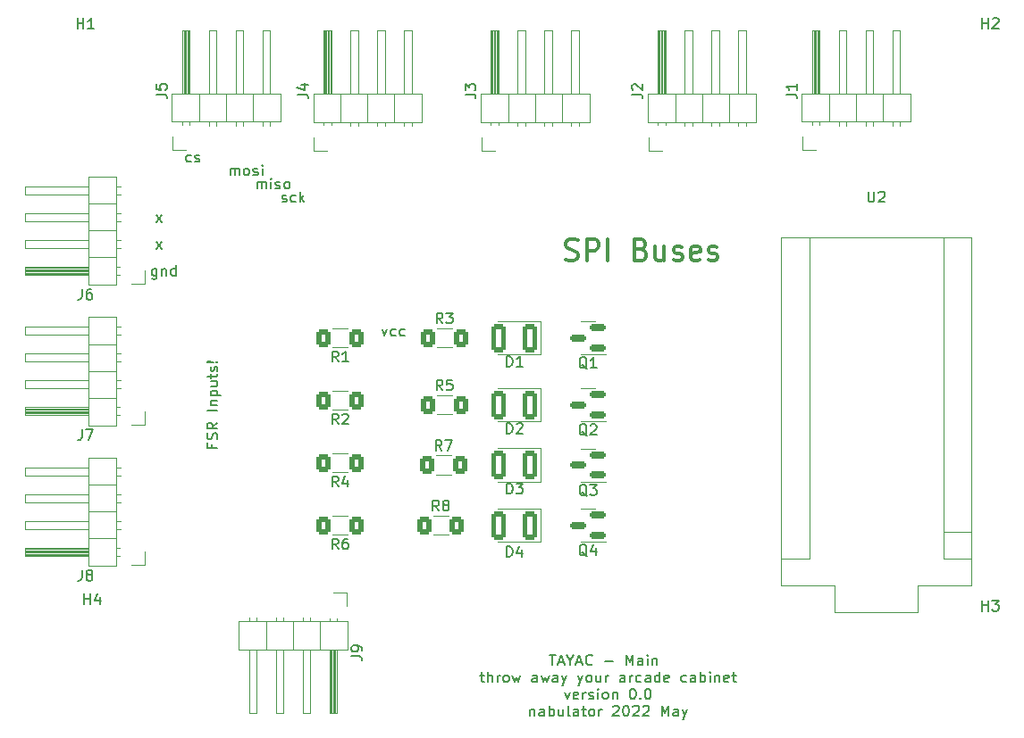
<source format=gbr>
%TF.GenerationSoftware,KiCad,Pcbnew,(6.0.4)*%
%TF.CreationDate,2022-05-05T20:35:18-04:00*%
%TF.ProjectId,mainboard,6d61696e-626f-4617-9264-2e6b69636164,0.0*%
%TF.SameCoordinates,Original*%
%TF.FileFunction,Legend,Top*%
%TF.FilePolarity,Positive*%
%FSLAX46Y46*%
G04 Gerber Fmt 4.6, Leading zero omitted, Abs format (unit mm)*
G04 Created by KiCad (PCBNEW (6.0.4)) date 2022-05-05 20:35:18*
%MOMM*%
%LPD*%
G01*
G04 APERTURE LIST*
G04 Aperture macros list*
%AMRoundRect*
0 Rectangle with rounded corners*
0 $1 Rounding radius*
0 $2 $3 $4 $5 $6 $7 $8 $9 X,Y pos of 4 corners*
0 Add a 4 corners polygon primitive as box body*
4,1,4,$2,$3,$4,$5,$6,$7,$8,$9,$2,$3,0*
0 Add four circle primitives for the rounded corners*
1,1,$1+$1,$2,$3*
1,1,$1+$1,$4,$5*
1,1,$1+$1,$6,$7*
1,1,$1+$1,$8,$9*
0 Add four rect primitives between the rounded corners*
20,1,$1+$1,$2,$3,$4,$5,0*
20,1,$1+$1,$4,$5,$6,$7,0*
20,1,$1+$1,$6,$7,$8,$9,0*
20,1,$1+$1,$8,$9,$2,$3,0*%
G04 Aperture macros list end*
%ADD10C,0.150000*%
%ADD11C,0.300000*%
%ADD12C,0.120000*%
%ADD13R,1.700000X1.700000*%
%ADD14O,1.700000X1.700000*%
%ADD15RoundRect,0.250001X0.462499X1.074999X-0.462499X1.074999X-0.462499X-1.074999X0.462499X-1.074999X0*%
%ADD16C,5.300000*%
%ADD17RoundRect,0.250000X0.400000X0.625000X-0.400000X0.625000X-0.400000X-0.625000X0.400000X-0.625000X0*%
%ADD18RoundRect,0.150000X0.587500X0.150000X-0.587500X0.150000X-0.587500X-0.150000X0.587500X-0.150000X0*%
%ADD19RoundRect,0.250000X-0.400000X-0.625000X0.400000X-0.625000X0.400000X0.625000X-0.400000X0.625000X0*%
%ADD20R,1.600000X1.600000*%
%ADD21O,1.600000X1.600000*%
G04 APERTURE END LIST*
D10*
X65143095Y-51252380D02*
X65666904Y-50585714D01*
X65143095Y-50585714D02*
X65666904Y-51252380D01*
X65143095Y-53792380D02*
X65666904Y-53125714D01*
X65143095Y-53125714D02*
X65666904Y-53792380D01*
X65182857Y-55665714D02*
X65182857Y-56475238D01*
X65135238Y-56570476D01*
X65087619Y-56618095D01*
X64992380Y-56665714D01*
X64849523Y-56665714D01*
X64754285Y-56618095D01*
X65182857Y-56284761D02*
X65087619Y-56332380D01*
X64897142Y-56332380D01*
X64801904Y-56284761D01*
X64754285Y-56237142D01*
X64706666Y-56141904D01*
X64706666Y-55856190D01*
X64754285Y-55760952D01*
X64801904Y-55713333D01*
X64897142Y-55665714D01*
X65087619Y-55665714D01*
X65182857Y-55713333D01*
X65659047Y-55665714D02*
X65659047Y-56332380D01*
X65659047Y-55760952D02*
X65706666Y-55713333D01*
X65801904Y-55665714D01*
X65944761Y-55665714D01*
X66040000Y-55713333D01*
X66087619Y-55808571D01*
X66087619Y-56332380D01*
X66992380Y-56332380D02*
X66992380Y-55332380D01*
X66992380Y-56284761D02*
X66897142Y-56332380D01*
X66706666Y-56332380D01*
X66611428Y-56284761D01*
X66563809Y-56237142D01*
X66516190Y-56141904D01*
X66516190Y-55856190D01*
X66563809Y-55760952D01*
X66611428Y-55713333D01*
X66706666Y-55665714D01*
X66897142Y-55665714D01*
X66992380Y-55713333D01*
X68413333Y-45489761D02*
X68318095Y-45537380D01*
X68127619Y-45537380D01*
X68032380Y-45489761D01*
X67984761Y-45442142D01*
X67937142Y-45346904D01*
X67937142Y-45061190D01*
X67984761Y-44965952D01*
X68032380Y-44918333D01*
X68127619Y-44870714D01*
X68318095Y-44870714D01*
X68413333Y-44918333D01*
X68794285Y-45489761D02*
X68889523Y-45537380D01*
X69080000Y-45537380D01*
X69175238Y-45489761D01*
X69222857Y-45394523D01*
X69222857Y-45346904D01*
X69175238Y-45251666D01*
X69080000Y-45204047D01*
X68937142Y-45204047D01*
X68841904Y-45156428D01*
X68794285Y-45061190D01*
X68794285Y-45013571D01*
X68841904Y-44918333D01*
X68937142Y-44870714D01*
X69080000Y-44870714D01*
X69175238Y-44918333D01*
X72136190Y-46807380D02*
X72136190Y-46140714D01*
X72136190Y-46235952D02*
X72183809Y-46188333D01*
X72279047Y-46140714D01*
X72421904Y-46140714D01*
X72517142Y-46188333D01*
X72564761Y-46283571D01*
X72564761Y-46807380D01*
X72564761Y-46283571D02*
X72612380Y-46188333D01*
X72707619Y-46140714D01*
X72850476Y-46140714D01*
X72945714Y-46188333D01*
X72993333Y-46283571D01*
X72993333Y-46807380D01*
X73612380Y-46807380D02*
X73517142Y-46759761D01*
X73469523Y-46712142D01*
X73421904Y-46616904D01*
X73421904Y-46331190D01*
X73469523Y-46235952D01*
X73517142Y-46188333D01*
X73612380Y-46140714D01*
X73755238Y-46140714D01*
X73850476Y-46188333D01*
X73898095Y-46235952D01*
X73945714Y-46331190D01*
X73945714Y-46616904D01*
X73898095Y-46712142D01*
X73850476Y-46759761D01*
X73755238Y-46807380D01*
X73612380Y-46807380D01*
X74326666Y-46759761D02*
X74421904Y-46807380D01*
X74612380Y-46807380D01*
X74707619Y-46759761D01*
X74755238Y-46664523D01*
X74755238Y-46616904D01*
X74707619Y-46521666D01*
X74612380Y-46474047D01*
X74469523Y-46474047D01*
X74374285Y-46426428D01*
X74326666Y-46331190D01*
X74326666Y-46283571D01*
X74374285Y-46188333D01*
X74469523Y-46140714D01*
X74612380Y-46140714D01*
X74707619Y-46188333D01*
X75183809Y-46807380D02*
X75183809Y-46140714D01*
X75183809Y-45807380D02*
X75136190Y-45855000D01*
X75183809Y-45902619D01*
X75231428Y-45855000D01*
X75183809Y-45807380D01*
X75183809Y-45902619D01*
X74676190Y-48077380D02*
X74676190Y-47410714D01*
X74676190Y-47505952D02*
X74723809Y-47458333D01*
X74819047Y-47410714D01*
X74961904Y-47410714D01*
X75057142Y-47458333D01*
X75104761Y-47553571D01*
X75104761Y-48077380D01*
X75104761Y-47553571D02*
X75152380Y-47458333D01*
X75247619Y-47410714D01*
X75390476Y-47410714D01*
X75485714Y-47458333D01*
X75533333Y-47553571D01*
X75533333Y-48077380D01*
X76009523Y-48077380D02*
X76009523Y-47410714D01*
X76009523Y-47077380D02*
X75961904Y-47125000D01*
X76009523Y-47172619D01*
X76057142Y-47125000D01*
X76009523Y-47077380D01*
X76009523Y-47172619D01*
X76438095Y-48029761D02*
X76533333Y-48077380D01*
X76723809Y-48077380D01*
X76819047Y-48029761D01*
X76866666Y-47934523D01*
X76866666Y-47886904D01*
X76819047Y-47791666D01*
X76723809Y-47744047D01*
X76580952Y-47744047D01*
X76485714Y-47696428D01*
X76438095Y-47601190D01*
X76438095Y-47553571D01*
X76485714Y-47458333D01*
X76580952Y-47410714D01*
X76723809Y-47410714D01*
X76819047Y-47458333D01*
X77438095Y-48077380D02*
X77342857Y-48029761D01*
X77295238Y-47982142D01*
X77247619Y-47886904D01*
X77247619Y-47601190D01*
X77295238Y-47505952D01*
X77342857Y-47458333D01*
X77438095Y-47410714D01*
X77580952Y-47410714D01*
X77676190Y-47458333D01*
X77723809Y-47505952D01*
X77771428Y-47601190D01*
X77771428Y-47886904D01*
X77723809Y-47982142D01*
X77676190Y-48029761D01*
X77580952Y-48077380D01*
X77438095Y-48077380D01*
X77057380Y-49299761D02*
X77152619Y-49347380D01*
X77343095Y-49347380D01*
X77438333Y-49299761D01*
X77485952Y-49204523D01*
X77485952Y-49156904D01*
X77438333Y-49061666D01*
X77343095Y-49014047D01*
X77200238Y-49014047D01*
X77105000Y-48966428D01*
X77057380Y-48871190D01*
X77057380Y-48823571D01*
X77105000Y-48728333D01*
X77200238Y-48680714D01*
X77343095Y-48680714D01*
X77438333Y-48728333D01*
X78343095Y-49299761D02*
X78247857Y-49347380D01*
X78057380Y-49347380D01*
X77962142Y-49299761D01*
X77914523Y-49252142D01*
X77866904Y-49156904D01*
X77866904Y-48871190D01*
X77914523Y-48775952D01*
X77962142Y-48728333D01*
X78057380Y-48680714D01*
X78247857Y-48680714D01*
X78343095Y-48728333D01*
X78771666Y-49347380D02*
X78771666Y-48347380D01*
X78866904Y-48966428D02*
X79152619Y-49347380D01*
X79152619Y-48680714D02*
X78771666Y-49061666D01*
X86534761Y-61380714D02*
X86772857Y-62047380D01*
X87010952Y-61380714D01*
X87820476Y-61999761D02*
X87725238Y-62047380D01*
X87534761Y-62047380D01*
X87439523Y-61999761D01*
X87391904Y-61952142D01*
X87344285Y-61856904D01*
X87344285Y-61571190D01*
X87391904Y-61475952D01*
X87439523Y-61428333D01*
X87534761Y-61380714D01*
X87725238Y-61380714D01*
X87820476Y-61428333D01*
X88677619Y-61999761D02*
X88582380Y-62047380D01*
X88391904Y-62047380D01*
X88296666Y-61999761D01*
X88249047Y-61952142D01*
X88201428Y-61856904D01*
X88201428Y-61571190D01*
X88249047Y-61475952D01*
X88296666Y-61428333D01*
X88391904Y-61380714D01*
X88582380Y-61380714D01*
X88677619Y-61428333D01*
D11*
X103934523Y-54784523D02*
X104220238Y-54879761D01*
X104696428Y-54879761D01*
X104886904Y-54784523D01*
X104982142Y-54689285D01*
X105077380Y-54498809D01*
X105077380Y-54308333D01*
X104982142Y-54117857D01*
X104886904Y-54022619D01*
X104696428Y-53927380D01*
X104315476Y-53832142D01*
X104125000Y-53736904D01*
X104029761Y-53641666D01*
X103934523Y-53451190D01*
X103934523Y-53260714D01*
X104029761Y-53070238D01*
X104125000Y-52975000D01*
X104315476Y-52879761D01*
X104791666Y-52879761D01*
X105077380Y-52975000D01*
X105934523Y-54879761D02*
X105934523Y-52879761D01*
X106696428Y-52879761D01*
X106886904Y-52975000D01*
X106982142Y-53070238D01*
X107077380Y-53260714D01*
X107077380Y-53546428D01*
X106982142Y-53736904D01*
X106886904Y-53832142D01*
X106696428Y-53927380D01*
X105934523Y-53927380D01*
X107934523Y-54879761D02*
X107934523Y-52879761D01*
X111077380Y-53832142D02*
X111363095Y-53927380D01*
X111458333Y-54022619D01*
X111553571Y-54213095D01*
X111553571Y-54498809D01*
X111458333Y-54689285D01*
X111363095Y-54784523D01*
X111172619Y-54879761D01*
X110410714Y-54879761D01*
X110410714Y-52879761D01*
X111077380Y-52879761D01*
X111267857Y-52975000D01*
X111363095Y-53070238D01*
X111458333Y-53260714D01*
X111458333Y-53451190D01*
X111363095Y-53641666D01*
X111267857Y-53736904D01*
X111077380Y-53832142D01*
X110410714Y-53832142D01*
X113267857Y-53546428D02*
X113267857Y-54879761D01*
X112410714Y-53546428D02*
X112410714Y-54594047D01*
X112505952Y-54784523D01*
X112696428Y-54879761D01*
X112982142Y-54879761D01*
X113172619Y-54784523D01*
X113267857Y-54689285D01*
X114125000Y-54784523D02*
X114315476Y-54879761D01*
X114696428Y-54879761D01*
X114886904Y-54784523D01*
X114982142Y-54594047D01*
X114982142Y-54498809D01*
X114886904Y-54308333D01*
X114696428Y-54213095D01*
X114410714Y-54213095D01*
X114220238Y-54117857D01*
X114125000Y-53927380D01*
X114125000Y-53832142D01*
X114220238Y-53641666D01*
X114410714Y-53546428D01*
X114696428Y-53546428D01*
X114886904Y-53641666D01*
X116601190Y-54784523D02*
X116410714Y-54879761D01*
X116029761Y-54879761D01*
X115839285Y-54784523D01*
X115744047Y-54594047D01*
X115744047Y-53832142D01*
X115839285Y-53641666D01*
X116029761Y-53546428D01*
X116410714Y-53546428D01*
X116601190Y-53641666D01*
X116696428Y-53832142D01*
X116696428Y-54022619D01*
X115744047Y-54213095D01*
X117458333Y-54784523D02*
X117648809Y-54879761D01*
X118029761Y-54879761D01*
X118220238Y-54784523D01*
X118315476Y-54594047D01*
X118315476Y-54498809D01*
X118220238Y-54308333D01*
X118029761Y-54213095D01*
X117744047Y-54213095D01*
X117553571Y-54117857D01*
X117458333Y-53927380D01*
X117458333Y-53832142D01*
X117553571Y-53641666D01*
X117744047Y-53546428D01*
X118029761Y-53546428D01*
X118220238Y-53641666D01*
D10*
X70413571Y-72318095D02*
X70413571Y-72651428D01*
X70937380Y-72651428D02*
X69937380Y-72651428D01*
X69937380Y-72175238D01*
X70889761Y-71841904D02*
X70937380Y-71699047D01*
X70937380Y-71460952D01*
X70889761Y-71365714D01*
X70842142Y-71318095D01*
X70746904Y-71270476D01*
X70651666Y-71270476D01*
X70556428Y-71318095D01*
X70508809Y-71365714D01*
X70461190Y-71460952D01*
X70413571Y-71651428D01*
X70365952Y-71746666D01*
X70318333Y-71794285D01*
X70223095Y-71841904D01*
X70127857Y-71841904D01*
X70032619Y-71794285D01*
X69985000Y-71746666D01*
X69937380Y-71651428D01*
X69937380Y-71413333D01*
X69985000Y-71270476D01*
X70937380Y-70270476D02*
X70461190Y-70603809D01*
X70937380Y-70841904D02*
X69937380Y-70841904D01*
X69937380Y-70460952D01*
X69985000Y-70365714D01*
X70032619Y-70318095D01*
X70127857Y-70270476D01*
X70270714Y-70270476D01*
X70365952Y-70318095D01*
X70413571Y-70365714D01*
X70461190Y-70460952D01*
X70461190Y-70841904D01*
X70937380Y-69080000D02*
X69937380Y-69080000D01*
X70270714Y-68603809D02*
X70937380Y-68603809D01*
X70365952Y-68603809D02*
X70318333Y-68556190D01*
X70270714Y-68460952D01*
X70270714Y-68318095D01*
X70318333Y-68222857D01*
X70413571Y-68175238D01*
X70937380Y-68175238D01*
X70270714Y-67699047D02*
X71270714Y-67699047D01*
X70318333Y-67699047D02*
X70270714Y-67603809D01*
X70270714Y-67413333D01*
X70318333Y-67318095D01*
X70365952Y-67270476D01*
X70461190Y-67222857D01*
X70746904Y-67222857D01*
X70842142Y-67270476D01*
X70889761Y-67318095D01*
X70937380Y-67413333D01*
X70937380Y-67603809D01*
X70889761Y-67699047D01*
X70270714Y-66365714D02*
X70937380Y-66365714D01*
X70270714Y-66794285D02*
X70794523Y-66794285D01*
X70889761Y-66746666D01*
X70937380Y-66651428D01*
X70937380Y-66508571D01*
X70889761Y-66413333D01*
X70842142Y-66365714D01*
X70270714Y-66032380D02*
X70270714Y-65651428D01*
X69937380Y-65889523D02*
X70794523Y-65889523D01*
X70889761Y-65841904D01*
X70937380Y-65746666D01*
X70937380Y-65651428D01*
X70889761Y-65365714D02*
X70937380Y-65270476D01*
X70937380Y-65080000D01*
X70889761Y-64984761D01*
X70794523Y-64937142D01*
X70746904Y-64937142D01*
X70651666Y-64984761D01*
X70604047Y-65080000D01*
X70604047Y-65222857D01*
X70556428Y-65318095D01*
X70461190Y-65365714D01*
X70413571Y-65365714D01*
X70318333Y-65318095D01*
X70270714Y-65222857D01*
X70270714Y-65080000D01*
X70318333Y-64984761D01*
X70842142Y-64508571D02*
X70889761Y-64460952D01*
X70937380Y-64508571D01*
X70889761Y-64556190D01*
X70842142Y-64508571D01*
X70937380Y-64508571D01*
X70556428Y-64508571D02*
X69985000Y-64556190D01*
X69937380Y-64508571D01*
X69985000Y-64460952D01*
X70556428Y-64508571D01*
X69937380Y-64508571D01*
X102402380Y-92287380D02*
X102973809Y-92287380D01*
X102688095Y-93287380D02*
X102688095Y-92287380D01*
X103259523Y-93001666D02*
X103735714Y-93001666D01*
X103164285Y-93287380D02*
X103497619Y-92287380D01*
X103830952Y-93287380D01*
X104354761Y-92811190D02*
X104354761Y-93287380D01*
X104021428Y-92287380D02*
X104354761Y-92811190D01*
X104688095Y-92287380D01*
X104973809Y-93001666D02*
X105450000Y-93001666D01*
X104878571Y-93287380D02*
X105211904Y-92287380D01*
X105545238Y-93287380D01*
X106450000Y-93192142D02*
X106402380Y-93239761D01*
X106259523Y-93287380D01*
X106164285Y-93287380D01*
X106021428Y-93239761D01*
X105926190Y-93144523D01*
X105878571Y-93049285D01*
X105830952Y-92858809D01*
X105830952Y-92715952D01*
X105878571Y-92525476D01*
X105926190Y-92430238D01*
X106021428Y-92335000D01*
X106164285Y-92287380D01*
X106259523Y-92287380D01*
X106402380Y-92335000D01*
X106450000Y-92382619D01*
X107640476Y-92906428D02*
X108402380Y-92906428D01*
X109640476Y-93287380D02*
X109640476Y-92287380D01*
X109973809Y-93001666D01*
X110307142Y-92287380D01*
X110307142Y-93287380D01*
X111211904Y-93287380D02*
X111211904Y-92763571D01*
X111164285Y-92668333D01*
X111069047Y-92620714D01*
X110878571Y-92620714D01*
X110783333Y-92668333D01*
X111211904Y-93239761D02*
X111116666Y-93287380D01*
X110878571Y-93287380D01*
X110783333Y-93239761D01*
X110735714Y-93144523D01*
X110735714Y-93049285D01*
X110783333Y-92954047D01*
X110878571Y-92906428D01*
X111116666Y-92906428D01*
X111211904Y-92858809D01*
X111688095Y-93287380D02*
X111688095Y-92620714D01*
X111688095Y-92287380D02*
X111640476Y-92335000D01*
X111688095Y-92382619D01*
X111735714Y-92335000D01*
X111688095Y-92287380D01*
X111688095Y-92382619D01*
X112164285Y-92620714D02*
X112164285Y-93287380D01*
X112164285Y-92715952D02*
X112211904Y-92668333D01*
X112307142Y-92620714D01*
X112450000Y-92620714D01*
X112545238Y-92668333D01*
X112592857Y-92763571D01*
X112592857Y-93287380D01*
X95830952Y-94230714D02*
X96211904Y-94230714D01*
X95973809Y-93897380D02*
X95973809Y-94754523D01*
X96021428Y-94849761D01*
X96116666Y-94897380D01*
X96211904Y-94897380D01*
X96545238Y-94897380D02*
X96545238Y-93897380D01*
X96973809Y-94897380D02*
X96973809Y-94373571D01*
X96926190Y-94278333D01*
X96830952Y-94230714D01*
X96688095Y-94230714D01*
X96592857Y-94278333D01*
X96545238Y-94325952D01*
X97450000Y-94897380D02*
X97450000Y-94230714D01*
X97450000Y-94421190D02*
X97497619Y-94325952D01*
X97545238Y-94278333D01*
X97640476Y-94230714D01*
X97735714Y-94230714D01*
X98211904Y-94897380D02*
X98116666Y-94849761D01*
X98069047Y-94802142D01*
X98021428Y-94706904D01*
X98021428Y-94421190D01*
X98069047Y-94325952D01*
X98116666Y-94278333D01*
X98211904Y-94230714D01*
X98354761Y-94230714D01*
X98450000Y-94278333D01*
X98497619Y-94325952D01*
X98545238Y-94421190D01*
X98545238Y-94706904D01*
X98497619Y-94802142D01*
X98450000Y-94849761D01*
X98354761Y-94897380D01*
X98211904Y-94897380D01*
X98878571Y-94230714D02*
X99069047Y-94897380D01*
X99259523Y-94421190D01*
X99450000Y-94897380D01*
X99640476Y-94230714D01*
X101211904Y-94897380D02*
X101211904Y-94373571D01*
X101164285Y-94278333D01*
X101069047Y-94230714D01*
X100878571Y-94230714D01*
X100783333Y-94278333D01*
X101211904Y-94849761D02*
X101116666Y-94897380D01*
X100878571Y-94897380D01*
X100783333Y-94849761D01*
X100735714Y-94754523D01*
X100735714Y-94659285D01*
X100783333Y-94564047D01*
X100878571Y-94516428D01*
X101116666Y-94516428D01*
X101211904Y-94468809D01*
X101592857Y-94230714D02*
X101783333Y-94897380D01*
X101973809Y-94421190D01*
X102164285Y-94897380D01*
X102354761Y-94230714D01*
X103164285Y-94897380D02*
X103164285Y-94373571D01*
X103116666Y-94278333D01*
X103021428Y-94230714D01*
X102830952Y-94230714D01*
X102735714Y-94278333D01*
X103164285Y-94849761D02*
X103069047Y-94897380D01*
X102830952Y-94897380D01*
X102735714Y-94849761D01*
X102688095Y-94754523D01*
X102688095Y-94659285D01*
X102735714Y-94564047D01*
X102830952Y-94516428D01*
X103069047Y-94516428D01*
X103164285Y-94468809D01*
X103545238Y-94230714D02*
X103783333Y-94897380D01*
X104021428Y-94230714D02*
X103783333Y-94897380D01*
X103688095Y-95135476D01*
X103640476Y-95183095D01*
X103545238Y-95230714D01*
X105069047Y-94230714D02*
X105307142Y-94897380D01*
X105545238Y-94230714D02*
X105307142Y-94897380D01*
X105211904Y-95135476D01*
X105164285Y-95183095D01*
X105069047Y-95230714D01*
X106069047Y-94897380D02*
X105973809Y-94849761D01*
X105926190Y-94802142D01*
X105878571Y-94706904D01*
X105878571Y-94421190D01*
X105926190Y-94325952D01*
X105973809Y-94278333D01*
X106069047Y-94230714D01*
X106211904Y-94230714D01*
X106307142Y-94278333D01*
X106354761Y-94325952D01*
X106402380Y-94421190D01*
X106402380Y-94706904D01*
X106354761Y-94802142D01*
X106307142Y-94849761D01*
X106211904Y-94897380D01*
X106069047Y-94897380D01*
X107259523Y-94230714D02*
X107259523Y-94897380D01*
X106830952Y-94230714D02*
X106830952Y-94754523D01*
X106878571Y-94849761D01*
X106973809Y-94897380D01*
X107116666Y-94897380D01*
X107211904Y-94849761D01*
X107259523Y-94802142D01*
X107735714Y-94897380D02*
X107735714Y-94230714D01*
X107735714Y-94421190D02*
X107783333Y-94325952D01*
X107830952Y-94278333D01*
X107926190Y-94230714D01*
X108021428Y-94230714D01*
X109545238Y-94897380D02*
X109545238Y-94373571D01*
X109497619Y-94278333D01*
X109402380Y-94230714D01*
X109211904Y-94230714D01*
X109116666Y-94278333D01*
X109545238Y-94849761D02*
X109450000Y-94897380D01*
X109211904Y-94897380D01*
X109116666Y-94849761D01*
X109069047Y-94754523D01*
X109069047Y-94659285D01*
X109116666Y-94564047D01*
X109211904Y-94516428D01*
X109450000Y-94516428D01*
X109545238Y-94468809D01*
X110021428Y-94897380D02*
X110021428Y-94230714D01*
X110021428Y-94421190D02*
X110069047Y-94325952D01*
X110116666Y-94278333D01*
X110211904Y-94230714D01*
X110307142Y-94230714D01*
X111069047Y-94849761D02*
X110973809Y-94897380D01*
X110783333Y-94897380D01*
X110688095Y-94849761D01*
X110640476Y-94802142D01*
X110592857Y-94706904D01*
X110592857Y-94421190D01*
X110640476Y-94325952D01*
X110688095Y-94278333D01*
X110783333Y-94230714D01*
X110973809Y-94230714D01*
X111069047Y-94278333D01*
X111926190Y-94897380D02*
X111926190Y-94373571D01*
X111878571Y-94278333D01*
X111783333Y-94230714D01*
X111592857Y-94230714D01*
X111497619Y-94278333D01*
X111926190Y-94849761D02*
X111830952Y-94897380D01*
X111592857Y-94897380D01*
X111497619Y-94849761D01*
X111450000Y-94754523D01*
X111450000Y-94659285D01*
X111497619Y-94564047D01*
X111592857Y-94516428D01*
X111830952Y-94516428D01*
X111926190Y-94468809D01*
X112830952Y-94897380D02*
X112830952Y-93897380D01*
X112830952Y-94849761D02*
X112735714Y-94897380D01*
X112545238Y-94897380D01*
X112450000Y-94849761D01*
X112402380Y-94802142D01*
X112354761Y-94706904D01*
X112354761Y-94421190D01*
X112402380Y-94325952D01*
X112450000Y-94278333D01*
X112545238Y-94230714D01*
X112735714Y-94230714D01*
X112830952Y-94278333D01*
X113688095Y-94849761D02*
X113592857Y-94897380D01*
X113402380Y-94897380D01*
X113307142Y-94849761D01*
X113259523Y-94754523D01*
X113259523Y-94373571D01*
X113307142Y-94278333D01*
X113402380Y-94230714D01*
X113592857Y-94230714D01*
X113688095Y-94278333D01*
X113735714Y-94373571D01*
X113735714Y-94468809D01*
X113259523Y-94564047D01*
X115354761Y-94849761D02*
X115259523Y-94897380D01*
X115069047Y-94897380D01*
X114973809Y-94849761D01*
X114926190Y-94802142D01*
X114878571Y-94706904D01*
X114878571Y-94421190D01*
X114926190Y-94325952D01*
X114973809Y-94278333D01*
X115069047Y-94230714D01*
X115259523Y-94230714D01*
X115354761Y-94278333D01*
X116211904Y-94897380D02*
X116211904Y-94373571D01*
X116164285Y-94278333D01*
X116069047Y-94230714D01*
X115878571Y-94230714D01*
X115783333Y-94278333D01*
X116211904Y-94849761D02*
X116116666Y-94897380D01*
X115878571Y-94897380D01*
X115783333Y-94849761D01*
X115735714Y-94754523D01*
X115735714Y-94659285D01*
X115783333Y-94564047D01*
X115878571Y-94516428D01*
X116116666Y-94516428D01*
X116211904Y-94468809D01*
X116688095Y-94897380D02*
X116688095Y-93897380D01*
X116688095Y-94278333D02*
X116783333Y-94230714D01*
X116973809Y-94230714D01*
X117069047Y-94278333D01*
X117116666Y-94325952D01*
X117164285Y-94421190D01*
X117164285Y-94706904D01*
X117116666Y-94802142D01*
X117069047Y-94849761D01*
X116973809Y-94897380D01*
X116783333Y-94897380D01*
X116688095Y-94849761D01*
X117592857Y-94897380D02*
X117592857Y-94230714D01*
X117592857Y-93897380D02*
X117545238Y-93945000D01*
X117592857Y-93992619D01*
X117640476Y-93945000D01*
X117592857Y-93897380D01*
X117592857Y-93992619D01*
X118069047Y-94230714D02*
X118069047Y-94897380D01*
X118069047Y-94325952D02*
X118116666Y-94278333D01*
X118211904Y-94230714D01*
X118354761Y-94230714D01*
X118450000Y-94278333D01*
X118497619Y-94373571D01*
X118497619Y-94897380D01*
X119354761Y-94849761D02*
X119259523Y-94897380D01*
X119069047Y-94897380D01*
X118973809Y-94849761D01*
X118926190Y-94754523D01*
X118926190Y-94373571D01*
X118973809Y-94278333D01*
X119069047Y-94230714D01*
X119259523Y-94230714D01*
X119354761Y-94278333D01*
X119402380Y-94373571D01*
X119402380Y-94468809D01*
X118926190Y-94564047D01*
X119688095Y-94230714D02*
X120069047Y-94230714D01*
X119830952Y-93897380D02*
X119830952Y-94754523D01*
X119878571Y-94849761D01*
X119973809Y-94897380D01*
X120069047Y-94897380D01*
X103854761Y-95840714D02*
X104092857Y-96507380D01*
X104330952Y-95840714D01*
X105092857Y-96459761D02*
X104997619Y-96507380D01*
X104807142Y-96507380D01*
X104711904Y-96459761D01*
X104664285Y-96364523D01*
X104664285Y-95983571D01*
X104711904Y-95888333D01*
X104807142Y-95840714D01*
X104997619Y-95840714D01*
X105092857Y-95888333D01*
X105140476Y-95983571D01*
X105140476Y-96078809D01*
X104664285Y-96174047D01*
X105569047Y-96507380D02*
X105569047Y-95840714D01*
X105569047Y-96031190D02*
X105616666Y-95935952D01*
X105664285Y-95888333D01*
X105759523Y-95840714D01*
X105854761Y-95840714D01*
X106140476Y-96459761D02*
X106235714Y-96507380D01*
X106426190Y-96507380D01*
X106521428Y-96459761D01*
X106569047Y-96364523D01*
X106569047Y-96316904D01*
X106521428Y-96221666D01*
X106426190Y-96174047D01*
X106283333Y-96174047D01*
X106188095Y-96126428D01*
X106140476Y-96031190D01*
X106140476Y-95983571D01*
X106188095Y-95888333D01*
X106283333Y-95840714D01*
X106426190Y-95840714D01*
X106521428Y-95888333D01*
X106997619Y-96507380D02*
X106997619Y-95840714D01*
X106997619Y-95507380D02*
X106950000Y-95555000D01*
X106997619Y-95602619D01*
X107045238Y-95555000D01*
X106997619Y-95507380D01*
X106997619Y-95602619D01*
X107616666Y-96507380D02*
X107521428Y-96459761D01*
X107473809Y-96412142D01*
X107426190Y-96316904D01*
X107426190Y-96031190D01*
X107473809Y-95935952D01*
X107521428Y-95888333D01*
X107616666Y-95840714D01*
X107759523Y-95840714D01*
X107854761Y-95888333D01*
X107902380Y-95935952D01*
X107950000Y-96031190D01*
X107950000Y-96316904D01*
X107902380Y-96412142D01*
X107854761Y-96459761D01*
X107759523Y-96507380D01*
X107616666Y-96507380D01*
X108378571Y-95840714D02*
X108378571Y-96507380D01*
X108378571Y-95935952D02*
X108426190Y-95888333D01*
X108521428Y-95840714D01*
X108664285Y-95840714D01*
X108759523Y-95888333D01*
X108807142Y-95983571D01*
X108807142Y-96507380D01*
X110235714Y-95507380D02*
X110330952Y-95507380D01*
X110426190Y-95555000D01*
X110473809Y-95602619D01*
X110521428Y-95697857D01*
X110569047Y-95888333D01*
X110569047Y-96126428D01*
X110521428Y-96316904D01*
X110473809Y-96412142D01*
X110426190Y-96459761D01*
X110330952Y-96507380D01*
X110235714Y-96507380D01*
X110140476Y-96459761D01*
X110092857Y-96412142D01*
X110045238Y-96316904D01*
X109997619Y-96126428D01*
X109997619Y-95888333D01*
X110045238Y-95697857D01*
X110092857Y-95602619D01*
X110140476Y-95555000D01*
X110235714Y-95507380D01*
X110997619Y-96412142D02*
X111045238Y-96459761D01*
X110997619Y-96507380D01*
X110950000Y-96459761D01*
X110997619Y-96412142D01*
X110997619Y-96507380D01*
X111664285Y-95507380D02*
X111759523Y-95507380D01*
X111854761Y-95555000D01*
X111902380Y-95602619D01*
X111950000Y-95697857D01*
X111997619Y-95888333D01*
X111997619Y-96126428D01*
X111950000Y-96316904D01*
X111902380Y-96412142D01*
X111854761Y-96459761D01*
X111759523Y-96507380D01*
X111664285Y-96507380D01*
X111569047Y-96459761D01*
X111521428Y-96412142D01*
X111473809Y-96316904D01*
X111426190Y-96126428D01*
X111426190Y-95888333D01*
X111473809Y-95697857D01*
X111521428Y-95602619D01*
X111569047Y-95555000D01*
X111664285Y-95507380D01*
X100545238Y-97450714D02*
X100545238Y-98117380D01*
X100545238Y-97545952D02*
X100592857Y-97498333D01*
X100688095Y-97450714D01*
X100830952Y-97450714D01*
X100926190Y-97498333D01*
X100973809Y-97593571D01*
X100973809Y-98117380D01*
X101878571Y-98117380D02*
X101878571Y-97593571D01*
X101830952Y-97498333D01*
X101735714Y-97450714D01*
X101545238Y-97450714D01*
X101450000Y-97498333D01*
X101878571Y-98069761D02*
X101783333Y-98117380D01*
X101545238Y-98117380D01*
X101450000Y-98069761D01*
X101402380Y-97974523D01*
X101402380Y-97879285D01*
X101450000Y-97784047D01*
X101545238Y-97736428D01*
X101783333Y-97736428D01*
X101878571Y-97688809D01*
X102354761Y-98117380D02*
X102354761Y-97117380D01*
X102354761Y-97498333D02*
X102450000Y-97450714D01*
X102640476Y-97450714D01*
X102735714Y-97498333D01*
X102783333Y-97545952D01*
X102830952Y-97641190D01*
X102830952Y-97926904D01*
X102783333Y-98022142D01*
X102735714Y-98069761D01*
X102640476Y-98117380D01*
X102450000Y-98117380D01*
X102354761Y-98069761D01*
X103688095Y-97450714D02*
X103688095Y-98117380D01*
X103259523Y-97450714D02*
X103259523Y-97974523D01*
X103307142Y-98069761D01*
X103402380Y-98117380D01*
X103545238Y-98117380D01*
X103640476Y-98069761D01*
X103688095Y-98022142D01*
X104307142Y-98117380D02*
X104211904Y-98069761D01*
X104164285Y-97974523D01*
X104164285Y-97117380D01*
X105116666Y-98117380D02*
X105116666Y-97593571D01*
X105069047Y-97498333D01*
X104973809Y-97450714D01*
X104783333Y-97450714D01*
X104688095Y-97498333D01*
X105116666Y-98069761D02*
X105021428Y-98117380D01*
X104783333Y-98117380D01*
X104688095Y-98069761D01*
X104640476Y-97974523D01*
X104640476Y-97879285D01*
X104688095Y-97784047D01*
X104783333Y-97736428D01*
X105021428Y-97736428D01*
X105116666Y-97688809D01*
X105450000Y-97450714D02*
X105830952Y-97450714D01*
X105592857Y-97117380D02*
X105592857Y-97974523D01*
X105640476Y-98069761D01*
X105735714Y-98117380D01*
X105830952Y-98117380D01*
X106307142Y-98117380D02*
X106211904Y-98069761D01*
X106164285Y-98022142D01*
X106116666Y-97926904D01*
X106116666Y-97641190D01*
X106164285Y-97545952D01*
X106211904Y-97498333D01*
X106307142Y-97450714D01*
X106449999Y-97450714D01*
X106545238Y-97498333D01*
X106592857Y-97545952D01*
X106640476Y-97641190D01*
X106640476Y-97926904D01*
X106592857Y-98022142D01*
X106545238Y-98069761D01*
X106449999Y-98117380D01*
X106307142Y-98117380D01*
X107069047Y-98117380D02*
X107069047Y-97450714D01*
X107069047Y-97641190D02*
X107116666Y-97545952D01*
X107164285Y-97498333D01*
X107259523Y-97450714D01*
X107354761Y-97450714D01*
X108402380Y-97212619D02*
X108450000Y-97165000D01*
X108545238Y-97117380D01*
X108783333Y-97117380D01*
X108878571Y-97165000D01*
X108926190Y-97212619D01*
X108973809Y-97307857D01*
X108973809Y-97403095D01*
X108926190Y-97545952D01*
X108354761Y-98117380D01*
X108973809Y-98117380D01*
X109592857Y-97117380D02*
X109688095Y-97117380D01*
X109783333Y-97165000D01*
X109830952Y-97212619D01*
X109878571Y-97307857D01*
X109926190Y-97498333D01*
X109926190Y-97736428D01*
X109878571Y-97926904D01*
X109830952Y-98022142D01*
X109783333Y-98069761D01*
X109688095Y-98117380D01*
X109592857Y-98117380D01*
X109497619Y-98069761D01*
X109450000Y-98022142D01*
X109402380Y-97926904D01*
X109354761Y-97736428D01*
X109354761Y-97498333D01*
X109402380Y-97307857D01*
X109450000Y-97212619D01*
X109497619Y-97165000D01*
X109592857Y-97117380D01*
X110307142Y-97212619D02*
X110354761Y-97165000D01*
X110450000Y-97117380D01*
X110688095Y-97117380D01*
X110783333Y-97165000D01*
X110830952Y-97212619D01*
X110878571Y-97307857D01*
X110878571Y-97403095D01*
X110830952Y-97545952D01*
X110259523Y-98117380D01*
X110878571Y-98117380D01*
X111259523Y-97212619D02*
X111307142Y-97165000D01*
X111402380Y-97117380D01*
X111640476Y-97117380D01*
X111735714Y-97165000D01*
X111783333Y-97212619D01*
X111830952Y-97307857D01*
X111830952Y-97403095D01*
X111783333Y-97545952D01*
X111211904Y-98117380D01*
X111830952Y-98117380D01*
X113021428Y-98117380D02*
X113021428Y-97117380D01*
X113354761Y-97831666D01*
X113688095Y-97117380D01*
X113688095Y-98117380D01*
X114592857Y-98117380D02*
X114592857Y-97593571D01*
X114545238Y-97498333D01*
X114449999Y-97450714D01*
X114259523Y-97450714D01*
X114164285Y-97498333D01*
X114592857Y-98069761D02*
X114497619Y-98117380D01*
X114259523Y-98117380D01*
X114164285Y-98069761D01*
X114116666Y-97974523D01*
X114116666Y-97879285D01*
X114164285Y-97784047D01*
X114259523Y-97736428D01*
X114497619Y-97736428D01*
X114592857Y-97688809D01*
X114973809Y-97450714D02*
X115211904Y-98117380D01*
X115449999Y-97450714D02*
X115211904Y-98117380D01*
X115116666Y-98355476D01*
X115069047Y-98403095D01*
X114973809Y-98450714D01*
%TO.C,J6*%
X58076666Y-57592380D02*
X58076666Y-58306666D01*
X58029047Y-58449523D01*
X57933809Y-58544761D01*
X57790952Y-58592380D01*
X57695714Y-58592380D01*
X58981428Y-57592380D02*
X58790952Y-57592380D01*
X58695714Y-57640000D01*
X58648095Y-57687619D01*
X58552857Y-57830476D01*
X58505238Y-58020952D01*
X58505238Y-58401904D01*
X58552857Y-58497142D01*
X58600476Y-58544761D01*
X58695714Y-58592380D01*
X58886190Y-58592380D01*
X58981428Y-58544761D01*
X59029047Y-58497142D01*
X59076666Y-58401904D01*
X59076666Y-58163809D01*
X59029047Y-58068571D01*
X58981428Y-58020952D01*
X58886190Y-57973333D01*
X58695714Y-57973333D01*
X58600476Y-58020952D01*
X58552857Y-58068571D01*
X58505238Y-58163809D01*
%TO.C,D1*%
X98321904Y-64962380D02*
X98321904Y-63962380D01*
X98560000Y-63962380D01*
X98702857Y-64010000D01*
X98798095Y-64105238D01*
X98845714Y-64200476D01*
X98893333Y-64390952D01*
X98893333Y-64533809D01*
X98845714Y-64724285D01*
X98798095Y-64819523D01*
X98702857Y-64914761D01*
X98560000Y-64962380D01*
X98321904Y-64962380D01*
X99845714Y-64962380D02*
X99274285Y-64962380D01*
X99560000Y-64962380D02*
X99560000Y-63962380D01*
X99464761Y-64105238D01*
X99369523Y-64200476D01*
X99274285Y-64248095D01*
%TO.C,D3*%
X98321904Y-77027380D02*
X98321904Y-76027380D01*
X98560000Y-76027380D01*
X98702857Y-76075000D01*
X98798095Y-76170238D01*
X98845714Y-76265476D01*
X98893333Y-76455952D01*
X98893333Y-76598809D01*
X98845714Y-76789285D01*
X98798095Y-76884523D01*
X98702857Y-76979761D01*
X98560000Y-77027380D01*
X98321904Y-77027380D01*
X99226666Y-76027380D02*
X99845714Y-76027380D01*
X99512380Y-76408333D01*
X99655238Y-76408333D01*
X99750476Y-76455952D01*
X99798095Y-76503571D01*
X99845714Y-76598809D01*
X99845714Y-76836904D01*
X99798095Y-76932142D01*
X99750476Y-76979761D01*
X99655238Y-77027380D01*
X99369523Y-77027380D01*
X99274285Y-76979761D01*
X99226666Y-76932142D01*
%TO.C,D2*%
X98321904Y-71312380D02*
X98321904Y-70312380D01*
X98560000Y-70312380D01*
X98702857Y-70360000D01*
X98798095Y-70455238D01*
X98845714Y-70550476D01*
X98893333Y-70740952D01*
X98893333Y-70883809D01*
X98845714Y-71074285D01*
X98798095Y-71169523D01*
X98702857Y-71264761D01*
X98560000Y-71312380D01*
X98321904Y-71312380D01*
X99274285Y-70407619D02*
X99321904Y-70360000D01*
X99417142Y-70312380D01*
X99655238Y-70312380D01*
X99750476Y-70360000D01*
X99798095Y-70407619D01*
X99845714Y-70502857D01*
X99845714Y-70598095D01*
X99798095Y-70740952D01*
X99226666Y-71312380D01*
X99845714Y-71312380D01*
%TO.C,D4*%
X98321904Y-83002380D02*
X98321904Y-82002380D01*
X98560000Y-82002380D01*
X98702857Y-82050000D01*
X98798095Y-82145238D01*
X98845714Y-82240476D01*
X98893333Y-82430952D01*
X98893333Y-82573809D01*
X98845714Y-82764285D01*
X98798095Y-82859523D01*
X98702857Y-82954761D01*
X98560000Y-83002380D01*
X98321904Y-83002380D01*
X99750476Y-82335714D02*
X99750476Y-83002380D01*
X99512380Y-81954761D02*
X99274285Y-82669047D01*
X99893333Y-82669047D01*
%TO.C,H4*%
X58293095Y-87497380D02*
X58293095Y-86497380D01*
X58293095Y-86973571D02*
X58864523Y-86973571D01*
X58864523Y-87497380D02*
X58864523Y-86497380D01*
X59769285Y-86830714D02*
X59769285Y-87497380D01*
X59531190Y-86449761D02*
X59293095Y-87164047D01*
X59912142Y-87164047D01*
%TO.C,H3*%
X143383095Y-88132380D02*
X143383095Y-87132380D01*
X143383095Y-87608571D02*
X143954523Y-87608571D01*
X143954523Y-88132380D02*
X143954523Y-87132380D01*
X144335476Y-87132380D02*
X144954523Y-87132380D01*
X144621190Y-87513333D01*
X144764047Y-87513333D01*
X144859285Y-87560952D01*
X144906904Y-87608571D01*
X144954523Y-87703809D01*
X144954523Y-87941904D01*
X144906904Y-88037142D01*
X144859285Y-88084761D01*
X144764047Y-88132380D01*
X144478333Y-88132380D01*
X144383095Y-88084761D01*
X144335476Y-88037142D01*
%TO.C,H2*%
X143383095Y-32887380D02*
X143383095Y-31887380D01*
X143383095Y-32363571D02*
X143954523Y-32363571D01*
X143954523Y-32887380D02*
X143954523Y-31887380D01*
X144383095Y-31982619D02*
X144430714Y-31935000D01*
X144525952Y-31887380D01*
X144764047Y-31887380D01*
X144859285Y-31935000D01*
X144906904Y-31982619D01*
X144954523Y-32077857D01*
X144954523Y-32173095D01*
X144906904Y-32315952D01*
X144335476Y-32887380D01*
X144954523Y-32887380D01*
%TO.C,H1*%
X57658095Y-32887380D02*
X57658095Y-31887380D01*
X57658095Y-32363571D02*
X58229523Y-32363571D01*
X58229523Y-32887380D02*
X58229523Y-31887380D01*
X59229523Y-32887380D02*
X58658095Y-32887380D01*
X58943809Y-32887380D02*
X58943809Y-31887380D01*
X58848571Y-32030238D01*
X58753333Y-32125476D01*
X58658095Y-32173095D01*
%TO.C,R6*%
X82383333Y-82282380D02*
X82050000Y-81806190D01*
X81811904Y-82282380D02*
X81811904Y-81282380D01*
X82192857Y-81282380D01*
X82288095Y-81330000D01*
X82335714Y-81377619D01*
X82383333Y-81472857D01*
X82383333Y-81615714D01*
X82335714Y-81710952D01*
X82288095Y-81758571D01*
X82192857Y-81806190D01*
X81811904Y-81806190D01*
X83240476Y-81282380D02*
X83050000Y-81282380D01*
X82954761Y-81330000D01*
X82907142Y-81377619D01*
X82811904Y-81520476D01*
X82764285Y-81710952D01*
X82764285Y-82091904D01*
X82811904Y-82187142D01*
X82859523Y-82234761D01*
X82954761Y-82282380D01*
X83145238Y-82282380D01*
X83240476Y-82234761D01*
X83288095Y-82187142D01*
X83335714Y-82091904D01*
X83335714Y-81853809D01*
X83288095Y-81758571D01*
X83240476Y-81710952D01*
X83145238Y-81663333D01*
X82954761Y-81663333D01*
X82859523Y-81710952D01*
X82811904Y-81758571D01*
X82764285Y-81853809D01*
%TO.C,Q1*%
X105949761Y-65177619D02*
X105854523Y-65130000D01*
X105759285Y-65034761D01*
X105616428Y-64891904D01*
X105521190Y-64844285D01*
X105425952Y-64844285D01*
X105473571Y-65082380D02*
X105378333Y-65034761D01*
X105283095Y-64939523D01*
X105235476Y-64749047D01*
X105235476Y-64415714D01*
X105283095Y-64225238D01*
X105378333Y-64130000D01*
X105473571Y-64082380D01*
X105664047Y-64082380D01*
X105759285Y-64130000D01*
X105854523Y-64225238D01*
X105902142Y-64415714D01*
X105902142Y-64749047D01*
X105854523Y-64939523D01*
X105759285Y-65034761D01*
X105664047Y-65082380D01*
X105473571Y-65082380D01*
X106854523Y-65082380D02*
X106283095Y-65082380D01*
X106568809Y-65082380D02*
X106568809Y-64082380D01*
X106473571Y-64225238D01*
X106378333Y-64320476D01*
X106283095Y-64368095D01*
%TO.C,R4*%
X82383333Y-76355712D02*
X82050000Y-75879522D01*
X81811904Y-76355712D02*
X81811904Y-75355712D01*
X82192857Y-75355712D01*
X82288095Y-75403332D01*
X82335714Y-75450951D01*
X82383333Y-75546189D01*
X82383333Y-75689046D01*
X82335714Y-75784284D01*
X82288095Y-75831903D01*
X82192857Y-75879522D01*
X81811904Y-75879522D01*
X83240476Y-75689046D02*
X83240476Y-76355712D01*
X83002380Y-75308093D02*
X82764285Y-76022379D01*
X83383333Y-76022379D01*
%TO.C,Q2*%
X105949761Y-71527619D02*
X105854523Y-71480000D01*
X105759285Y-71384761D01*
X105616428Y-71241904D01*
X105521190Y-71194285D01*
X105425952Y-71194285D01*
X105473571Y-71432380D02*
X105378333Y-71384761D01*
X105283095Y-71289523D01*
X105235476Y-71099047D01*
X105235476Y-70765714D01*
X105283095Y-70575238D01*
X105378333Y-70480000D01*
X105473571Y-70432380D01*
X105664047Y-70432380D01*
X105759285Y-70480000D01*
X105854523Y-70575238D01*
X105902142Y-70765714D01*
X105902142Y-71099047D01*
X105854523Y-71289523D01*
X105759285Y-71384761D01*
X105664047Y-71432380D01*
X105473571Y-71432380D01*
X106283095Y-70527619D02*
X106330714Y-70480000D01*
X106425952Y-70432380D01*
X106664047Y-70432380D01*
X106759285Y-70480000D01*
X106806904Y-70527619D01*
X106854523Y-70622857D01*
X106854523Y-70718095D01*
X106806904Y-70860952D01*
X106235476Y-71432380D01*
X106854523Y-71432380D01*
%TO.C,R7*%
X92188333Y-72927380D02*
X91855000Y-72451190D01*
X91616904Y-72927380D02*
X91616904Y-71927380D01*
X91997857Y-71927380D01*
X92093095Y-71975000D01*
X92140714Y-72022619D01*
X92188333Y-72117857D01*
X92188333Y-72260714D01*
X92140714Y-72355952D01*
X92093095Y-72403571D01*
X91997857Y-72451190D01*
X91616904Y-72451190D01*
X92521666Y-71927380D02*
X93188333Y-71927380D01*
X92759761Y-72927380D01*
%TO.C,J1*%
X124807380Y-39118333D02*
X125521666Y-39118333D01*
X125664523Y-39165952D01*
X125759761Y-39261190D01*
X125807380Y-39404047D01*
X125807380Y-39499285D01*
X125807380Y-38118333D02*
X125807380Y-38689761D01*
X125807380Y-38404047D02*
X124807380Y-38404047D01*
X124950238Y-38499285D01*
X125045476Y-38594523D01*
X125093095Y-38689761D01*
%TO.C,Q4*%
X105949761Y-82957619D02*
X105854523Y-82910000D01*
X105759285Y-82814761D01*
X105616428Y-82671904D01*
X105521190Y-82624285D01*
X105425952Y-82624285D01*
X105473571Y-82862380D02*
X105378333Y-82814761D01*
X105283095Y-82719523D01*
X105235476Y-82529047D01*
X105235476Y-82195714D01*
X105283095Y-82005238D01*
X105378333Y-81910000D01*
X105473571Y-81862380D01*
X105664047Y-81862380D01*
X105759285Y-81910000D01*
X105854523Y-82005238D01*
X105902142Y-82195714D01*
X105902142Y-82529047D01*
X105854523Y-82719523D01*
X105759285Y-82814761D01*
X105664047Y-82862380D01*
X105473571Y-82862380D01*
X106759285Y-82195714D02*
X106759285Y-82862380D01*
X106521190Y-81814761D02*
X106283095Y-82529047D01*
X106902142Y-82529047D01*
%TO.C,J5*%
X65117380Y-39118333D02*
X65831666Y-39118333D01*
X65974523Y-39165952D01*
X66069761Y-39261190D01*
X66117380Y-39404047D01*
X66117380Y-39499285D01*
X65117380Y-38165952D02*
X65117380Y-38642142D01*
X65593571Y-38689761D01*
X65545952Y-38642142D01*
X65498333Y-38546904D01*
X65498333Y-38308809D01*
X65545952Y-38213571D01*
X65593571Y-38165952D01*
X65688809Y-38118333D01*
X65926904Y-38118333D01*
X66022142Y-38165952D01*
X66069761Y-38213571D01*
X66117380Y-38308809D01*
X66117380Y-38546904D01*
X66069761Y-38642142D01*
X66022142Y-38689761D01*
%TO.C,J3*%
X94397380Y-39128333D02*
X95111666Y-39128333D01*
X95254523Y-39175952D01*
X95349761Y-39271190D01*
X95397380Y-39414047D01*
X95397380Y-39509285D01*
X94397380Y-38747380D02*
X94397380Y-38128333D01*
X94778333Y-38461666D01*
X94778333Y-38318809D01*
X94825952Y-38223571D01*
X94873571Y-38175952D01*
X94968809Y-38128333D01*
X95206904Y-38128333D01*
X95302142Y-38175952D01*
X95349761Y-38223571D01*
X95397380Y-38318809D01*
X95397380Y-38604523D01*
X95349761Y-38699761D01*
X95302142Y-38747380D01*
%TO.C,J9*%
X83627380Y-92418333D02*
X84341666Y-92418333D01*
X84484523Y-92465952D01*
X84579761Y-92561190D01*
X84627380Y-92704047D01*
X84627380Y-92799285D01*
X84627380Y-91894523D02*
X84627380Y-91704047D01*
X84579761Y-91608809D01*
X84532142Y-91561190D01*
X84389285Y-91465952D01*
X84198809Y-91418333D01*
X83817857Y-91418333D01*
X83722619Y-91465952D01*
X83675000Y-91513571D01*
X83627380Y-91608809D01*
X83627380Y-91799285D01*
X83675000Y-91894523D01*
X83722619Y-91942142D01*
X83817857Y-91989761D01*
X84055952Y-91989761D01*
X84151190Y-91942142D01*
X84198809Y-91894523D01*
X84246428Y-91799285D01*
X84246428Y-91608809D01*
X84198809Y-91513571D01*
X84151190Y-91465952D01*
X84055952Y-91418333D01*
%TO.C,J8*%
X58076666Y-84262380D02*
X58076666Y-84976666D01*
X58029047Y-85119523D01*
X57933809Y-85214761D01*
X57790952Y-85262380D01*
X57695714Y-85262380D01*
X58695714Y-84690952D02*
X58600476Y-84643333D01*
X58552857Y-84595714D01*
X58505238Y-84500476D01*
X58505238Y-84452857D01*
X58552857Y-84357619D01*
X58600476Y-84310000D01*
X58695714Y-84262380D01*
X58886190Y-84262380D01*
X58981428Y-84310000D01*
X59029047Y-84357619D01*
X59076666Y-84452857D01*
X59076666Y-84500476D01*
X59029047Y-84595714D01*
X58981428Y-84643333D01*
X58886190Y-84690952D01*
X58695714Y-84690952D01*
X58600476Y-84738571D01*
X58552857Y-84786190D01*
X58505238Y-84881428D01*
X58505238Y-85071904D01*
X58552857Y-85167142D01*
X58600476Y-85214761D01*
X58695714Y-85262380D01*
X58886190Y-85262380D01*
X58981428Y-85214761D01*
X59029047Y-85167142D01*
X59076666Y-85071904D01*
X59076666Y-84881428D01*
X59029047Y-84786190D01*
X58981428Y-84738571D01*
X58886190Y-84690952D01*
%TO.C,R5*%
X92263333Y-67212380D02*
X91930000Y-66736190D01*
X91691904Y-67212380D02*
X91691904Y-66212380D01*
X92072857Y-66212380D01*
X92168095Y-66260000D01*
X92215714Y-66307619D01*
X92263333Y-66402857D01*
X92263333Y-66545714D01*
X92215714Y-66640952D01*
X92168095Y-66688571D01*
X92072857Y-66736190D01*
X91691904Y-66736190D01*
X93168095Y-66212380D02*
X92691904Y-66212380D01*
X92644285Y-66688571D01*
X92691904Y-66640952D01*
X92787142Y-66593333D01*
X93025238Y-66593333D01*
X93120476Y-66640952D01*
X93168095Y-66688571D01*
X93215714Y-66783809D01*
X93215714Y-67021904D01*
X93168095Y-67117142D01*
X93120476Y-67164761D01*
X93025238Y-67212380D01*
X92787142Y-67212380D01*
X92691904Y-67164761D01*
X92644285Y-67117142D01*
%TO.C,J7*%
X58076666Y-70927380D02*
X58076666Y-71641666D01*
X58029047Y-71784523D01*
X57933809Y-71879761D01*
X57790952Y-71927380D01*
X57695714Y-71927380D01*
X58457619Y-70927380D02*
X59124285Y-70927380D01*
X58695714Y-71927380D01*
%TO.C,R2*%
X82383333Y-70429046D02*
X82050000Y-69952856D01*
X81811904Y-70429046D02*
X81811904Y-69429046D01*
X82192857Y-69429046D01*
X82288095Y-69476666D01*
X82335714Y-69524285D01*
X82383333Y-69619523D01*
X82383333Y-69762380D01*
X82335714Y-69857618D01*
X82288095Y-69905237D01*
X82192857Y-69952856D01*
X81811904Y-69952856D01*
X82764285Y-69524285D02*
X82811904Y-69476666D01*
X82907142Y-69429046D01*
X83145238Y-69429046D01*
X83240476Y-69476666D01*
X83288095Y-69524285D01*
X83335714Y-69619523D01*
X83335714Y-69714761D01*
X83288095Y-69857618D01*
X82716666Y-70429046D01*
X83335714Y-70429046D01*
%TO.C,J2*%
X110212380Y-39128333D02*
X110926666Y-39128333D01*
X111069523Y-39175952D01*
X111164761Y-39271190D01*
X111212380Y-39414047D01*
X111212380Y-39509285D01*
X110307619Y-38699761D02*
X110260000Y-38652142D01*
X110212380Y-38556904D01*
X110212380Y-38318809D01*
X110260000Y-38223571D01*
X110307619Y-38175952D01*
X110402857Y-38128333D01*
X110498095Y-38128333D01*
X110640952Y-38175952D01*
X111212380Y-38747380D01*
X111212380Y-38128333D01*
%TO.C,J4*%
X78522380Y-39128333D02*
X79236666Y-39128333D01*
X79379523Y-39175952D01*
X79474761Y-39271190D01*
X79522380Y-39414047D01*
X79522380Y-39509285D01*
X78855714Y-38223571D02*
X79522380Y-38223571D01*
X78474761Y-38461666D02*
X79189047Y-38699761D01*
X79189047Y-38080714D01*
%TO.C,U2*%
X132588095Y-48347380D02*
X132588095Y-49156904D01*
X132635714Y-49252142D01*
X132683333Y-49299761D01*
X132778571Y-49347380D01*
X132969047Y-49347380D01*
X133064285Y-49299761D01*
X133111904Y-49252142D01*
X133159523Y-49156904D01*
X133159523Y-48347380D01*
X133588095Y-48442619D02*
X133635714Y-48395000D01*
X133730952Y-48347380D01*
X133969047Y-48347380D01*
X134064285Y-48395000D01*
X134111904Y-48442619D01*
X134159523Y-48537857D01*
X134159523Y-48633095D01*
X134111904Y-48775952D01*
X133540476Y-49347380D01*
X134159523Y-49347380D01*
%TO.C,R1*%
X82383333Y-64502380D02*
X82050000Y-64026190D01*
X81811904Y-64502380D02*
X81811904Y-63502380D01*
X82192857Y-63502380D01*
X82288095Y-63550000D01*
X82335714Y-63597619D01*
X82383333Y-63692857D01*
X82383333Y-63835714D01*
X82335714Y-63930952D01*
X82288095Y-63978571D01*
X82192857Y-64026190D01*
X81811904Y-64026190D01*
X83335714Y-64502380D02*
X82764285Y-64502380D01*
X83050000Y-64502380D02*
X83050000Y-63502380D01*
X82954761Y-63645238D01*
X82859523Y-63740476D01*
X82764285Y-63788095D01*
%TO.C,R8*%
X91908333Y-78642380D02*
X91575000Y-78166190D01*
X91336904Y-78642380D02*
X91336904Y-77642380D01*
X91717857Y-77642380D01*
X91813095Y-77690000D01*
X91860714Y-77737619D01*
X91908333Y-77832857D01*
X91908333Y-77975714D01*
X91860714Y-78070952D01*
X91813095Y-78118571D01*
X91717857Y-78166190D01*
X91336904Y-78166190D01*
X92479761Y-78070952D02*
X92384523Y-78023333D01*
X92336904Y-77975714D01*
X92289285Y-77880476D01*
X92289285Y-77832857D01*
X92336904Y-77737619D01*
X92384523Y-77690000D01*
X92479761Y-77642380D01*
X92670238Y-77642380D01*
X92765476Y-77690000D01*
X92813095Y-77737619D01*
X92860714Y-77832857D01*
X92860714Y-77880476D01*
X92813095Y-77975714D01*
X92765476Y-78023333D01*
X92670238Y-78070952D01*
X92479761Y-78070952D01*
X92384523Y-78118571D01*
X92336904Y-78166190D01*
X92289285Y-78261428D01*
X92289285Y-78451904D01*
X92336904Y-78547142D01*
X92384523Y-78594761D01*
X92479761Y-78642380D01*
X92670238Y-78642380D01*
X92765476Y-78594761D01*
X92813095Y-78547142D01*
X92860714Y-78451904D01*
X92860714Y-78261428D01*
X92813095Y-78166190D01*
X92765476Y-78118571D01*
X92670238Y-78070952D01*
%TO.C,Q3*%
X105949761Y-77242619D02*
X105854523Y-77195000D01*
X105759285Y-77099761D01*
X105616428Y-76956904D01*
X105521190Y-76909285D01*
X105425952Y-76909285D01*
X105473571Y-77147380D02*
X105378333Y-77099761D01*
X105283095Y-77004523D01*
X105235476Y-76814047D01*
X105235476Y-76480714D01*
X105283095Y-76290238D01*
X105378333Y-76195000D01*
X105473571Y-76147380D01*
X105664047Y-76147380D01*
X105759285Y-76195000D01*
X105854523Y-76290238D01*
X105902142Y-76480714D01*
X105902142Y-76814047D01*
X105854523Y-77004523D01*
X105759285Y-77099761D01*
X105664047Y-77147380D01*
X105473571Y-77147380D01*
X106235476Y-76147380D02*
X106854523Y-76147380D01*
X106521190Y-76528333D01*
X106664047Y-76528333D01*
X106759285Y-76575952D01*
X106806904Y-76623571D01*
X106854523Y-76718809D01*
X106854523Y-76956904D01*
X106806904Y-77052142D01*
X106759285Y-77099761D01*
X106664047Y-77147380D01*
X106378333Y-77147380D01*
X106283095Y-77099761D01*
X106235476Y-77052142D01*
%TO.C,R3*%
X92263333Y-60862380D02*
X91930000Y-60386190D01*
X91691904Y-60862380D02*
X91691904Y-59862380D01*
X92072857Y-59862380D01*
X92168095Y-59910000D01*
X92215714Y-59957619D01*
X92263333Y-60052857D01*
X92263333Y-60195714D01*
X92215714Y-60290952D01*
X92168095Y-60338571D01*
X92072857Y-60386190D01*
X91691904Y-60386190D01*
X92596666Y-59862380D02*
X93215714Y-59862380D01*
X92882380Y-60243333D01*
X93025238Y-60243333D01*
X93120476Y-60290952D01*
X93168095Y-60338571D01*
X93215714Y-60433809D01*
X93215714Y-60671904D01*
X93168095Y-60767142D01*
X93120476Y-60814761D01*
X93025238Y-60862380D01*
X92739523Y-60862380D01*
X92644285Y-60814761D01*
X92596666Y-60767142D01*
D12*
%TO.C,J6*%
X58695000Y-55950000D02*
X52695000Y-55950000D01*
X52695000Y-48630000D02*
X52695000Y-47870000D01*
X58695000Y-56190000D02*
X52695000Y-56190000D01*
X64065000Y-55870000D02*
X64065000Y-57140000D01*
X58695000Y-56070000D02*
X52695000Y-56070000D01*
X61355000Y-49520000D02*
X58695000Y-49520000D01*
X58695000Y-57200000D02*
X61355000Y-57200000D01*
X58695000Y-56250000D02*
X52695000Y-56250000D01*
X61355000Y-46920000D02*
X58695000Y-46920000D01*
X52695000Y-56250000D02*
X52695000Y-55490000D01*
X61752071Y-51170000D02*
X61355000Y-51170000D01*
X52695000Y-55490000D02*
X58695000Y-55490000D01*
X52695000Y-53710000D02*
X52695000Y-52950000D01*
X61752071Y-53710000D02*
X61355000Y-53710000D01*
X58695000Y-53710000D02*
X52695000Y-53710000D01*
X58695000Y-48630000D02*
X52695000Y-48630000D01*
X61752071Y-52950000D02*
X61355000Y-52950000D01*
X58695000Y-55830000D02*
X52695000Y-55830000D01*
X61355000Y-52060000D02*
X58695000Y-52060000D01*
X58695000Y-55710000D02*
X52695000Y-55710000D01*
X64065000Y-57140000D02*
X62795000Y-57140000D01*
X61752071Y-48630000D02*
X61355000Y-48630000D01*
X61685000Y-55490000D02*
X61355000Y-55490000D01*
X58695000Y-46920000D02*
X58695000Y-57200000D01*
X61685000Y-56250000D02*
X61355000Y-56250000D01*
X61752071Y-47870000D02*
X61355000Y-47870000D01*
X58695000Y-51170000D02*
X52695000Y-51170000D01*
X52695000Y-50410000D02*
X58695000Y-50410000D01*
X52695000Y-47870000D02*
X58695000Y-47870000D01*
X61752071Y-50410000D02*
X61355000Y-50410000D01*
X52695000Y-51170000D02*
X52695000Y-50410000D01*
X61355000Y-57200000D02*
X61355000Y-46920000D01*
X52695000Y-52950000D02*
X58695000Y-52950000D01*
X61355000Y-54600000D02*
X58695000Y-54600000D01*
X58695000Y-55590000D02*
X52695000Y-55590000D01*
%TO.C,D1*%
X101520000Y-63815000D02*
X101520000Y-60645000D01*
X101520000Y-60645000D02*
X97460000Y-60645000D01*
X97460000Y-63815000D02*
X101520000Y-63815000D01*
%TO.C,D3*%
X101520000Y-72710000D02*
X97460000Y-72710000D01*
X101520000Y-75880000D02*
X101520000Y-72710000D01*
X97460000Y-75880000D02*
X101520000Y-75880000D01*
%TO.C,D2*%
X97460000Y-70165000D02*
X101520000Y-70165000D01*
X101520000Y-66995000D02*
X97460000Y-66995000D01*
X101520000Y-70165000D02*
X101520000Y-66995000D01*
%TO.C,D4*%
X101520000Y-78425000D02*
X97460000Y-78425000D01*
X97460000Y-81595000D02*
X101520000Y-81595000D01*
X101520000Y-81595000D02*
X101520000Y-78425000D01*
%TO.C,R6*%
X83277064Y-80920000D02*
X81822936Y-80920000D01*
X83277064Y-79100000D02*
X81822936Y-79100000D01*
%TO.C,Q1*%
X106045000Y-63790000D02*
X105395000Y-63790000D01*
X106045000Y-60670000D02*
X105395000Y-60670000D01*
X106045000Y-63790000D02*
X107720000Y-63790000D01*
X106045000Y-60670000D02*
X106695000Y-60670000D01*
%TO.C,R4*%
X83277064Y-74993332D02*
X81822936Y-74993332D01*
X83277064Y-73173332D02*
X81822936Y-73173332D01*
%TO.C,Q2*%
X106045000Y-67020000D02*
X105395000Y-67020000D01*
X106045000Y-70140000D02*
X105395000Y-70140000D01*
X106045000Y-70140000D02*
X107720000Y-70140000D01*
X106045000Y-67020000D02*
X106695000Y-67020000D01*
%TO.C,R7*%
X91627936Y-75205000D02*
X93082064Y-75205000D01*
X91627936Y-73385000D02*
X93082064Y-73385000D01*
%TO.C,J1*%
X127245000Y-39070000D02*
X127245000Y-33070000D01*
X136575000Y-41730000D02*
X136575000Y-39070000D01*
X128005000Y-33070000D02*
X128005000Y-39070000D01*
X133975000Y-41730000D02*
X133975000Y-39070000D01*
X127905000Y-39070000D02*
X127905000Y-33070000D01*
X134865000Y-33070000D02*
X135625000Y-33070000D01*
X127545000Y-39070000D02*
X127545000Y-33070000D01*
X136575000Y-39070000D02*
X126295000Y-39070000D01*
X128895000Y-41730000D02*
X128895000Y-39070000D01*
X126355000Y-44440000D02*
X126355000Y-43170000D01*
X132325000Y-42127071D02*
X132325000Y-41730000D01*
X127785000Y-39070000D02*
X127785000Y-33070000D01*
X132325000Y-39070000D02*
X132325000Y-33070000D01*
X134865000Y-39070000D02*
X134865000Y-33070000D01*
X129785000Y-33070000D02*
X130545000Y-33070000D01*
X130545000Y-42127071D02*
X130545000Y-41730000D01*
X129785000Y-39070000D02*
X129785000Y-33070000D01*
X135625000Y-33070000D02*
X135625000Y-39070000D01*
X127245000Y-33070000D02*
X128005000Y-33070000D01*
X129785000Y-42127071D02*
X129785000Y-41730000D01*
X132325000Y-33070000D02*
X133085000Y-33070000D01*
X126295000Y-39070000D02*
X126295000Y-41730000D01*
X127245000Y-42060000D02*
X127245000Y-41730000D01*
X133085000Y-42127071D02*
X133085000Y-41730000D01*
X131435000Y-41730000D02*
X131435000Y-39070000D01*
X126295000Y-41730000D02*
X136575000Y-41730000D01*
X130545000Y-33070000D02*
X130545000Y-39070000D01*
X127425000Y-39070000D02*
X127425000Y-33070000D01*
X127665000Y-39070000D02*
X127665000Y-33070000D01*
X127625000Y-44440000D02*
X126355000Y-44440000D01*
X135625000Y-42127071D02*
X135625000Y-41730000D01*
X134865000Y-42127071D02*
X134865000Y-41730000D01*
X133085000Y-33070000D02*
X133085000Y-39070000D01*
X127305000Y-39070000D02*
X127305000Y-33070000D01*
X128005000Y-42060000D02*
X128005000Y-41730000D01*
%TO.C,Q4*%
X106045000Y-78450000D02*
X106695000Y-78450000D01*
X106045000Y-78450000D02*
X105395000Y-78450000D01*
X106045000Y-81570000D02*
X105395000Y-81570000D01*
X106045000Y-81570000D02*
X107720000Y-81570000D01*
%TO.C,J5*%
X70095000Y-42127071D02*
X70095000Y-41730000D01*
X73395000Y-33070000D02*
X73395000Y-39070000D01*
X67555000Y-39070000D02*
X67555000Y-33070000D01*
X75175000Y-33070000D02*
X75935000Y-33070000D01*
X75935000Y-33070000D02*
X75935000Y-39070000D01*
X67855000Y-39070000D02*
X67855000Y-33070000D01*
X67615000Y-39070000D02*
X67615000Y-33070000D01*
X72635000Y-39070000D02*
X72635000Y-33070000D01*
X67935000Y-44440000D02*
X66665000Y-44440000D01*
X72635000Y-42127071D02*
X72635000Y-41730000D01*
X67555000Y-42060000D02*
X67555000Y-41730000D01*
X70095000Y-33070000D02*
X70855000Y-33070000D01*
X76885000Y-39070000D02*
X66605000Y-39070000D01*
X71745000Y-41730000D02*
X71745000Y-39070000D01*
X75175000Y-42127071D02*
X75175000Y-41730000D01*
X68215000Y-39070000D02*
X68215000Y-33070000D01*
X73395000Y-42127071D02*
X73395000Y-41730000D01*
X67555000Y-33070000D02*
X68315000Y-33070000D01*
X67735000Y-39070000D02*
X67735000Y-33070000D01*
X68095000Y-39070000D02*
X68095000Y-33070000D01*
X69205000Y-41730000D02*
X69205000Y-39070000D01*
X72635000Y-33070000D02*
X73395000Y-33070000D01*
X66605000Y-41730000D02*
X76885000Y-41730000D01*
X70855000Y-42127071D02*
X70855000Y-41730000D01*
X66605000Y-39070000D02*
X66605000Y-41730000D01*
X74285000Y-41730000D02*
X74285000Y-39070000D01*
X68315000Y-42060000D02*
X68315000Y-41730000D01*
X75935000Y-42127071D02*
X75935000Y-41730000D01*
X67975000Y-39070000D02*
X67975000Y-33070000D01*
X70855000Y-33070000D02*
X70855000Y-39070000D01*
X68315000Y-33070000D02*
X68315000Y-39070000D01*
X70095000Y-39070000D02*
X70095000Y-33070000D01*
X66665000Y-44440000D02*
X66665000Y-43170000D01*
X76885000Y-41730000D02*
X76885000Y-39070000D01*
X75175000Y-39070000D02*
X75175000Y-33070000D01*
%TO.C,J3*%
X99375000Y-39080000D02*
X99375000Y-33080000D01*
X97015000Y-39080000D02*
X97015000Y-33080000D01*
X99375000Y-33080000D02*
X100135000Y-33080000D01*
X102675000Y-42137071D02*
X102675000Y-41740000D01*
X106165000Y-39080000D02*
X95885000Y-39080000D01*
X101915000Y-33080000D02*
X102675000Y-33080000D01*
X100135000Y-42137071D02*
X100135000Y-41740000D01*
X105215000Y-42137071D02*
X105215000Y-41740000D01*
X104455000Y-33080000D02*
X105215000Y-33080000D01*
X96895000Y-39080000D02*
X96895000Y-33080000D01*
X101915000Y-39080000D02*
X101915000Y-33080000D01*
X97595000Y-42070000D02*
X97595000Y-41740000D01*
X97495000Y-39080000D02*
X97495000Y-33080000D01*
X97595000Y-33080000D02*
X97595000Y-39080000D01*
X104455000Y-42137071D02*
X104455000Y-41740000D01*
X96835000Y-33080000D02*
X97595000Y-33080000D01*
X96835000Y-42070000D02*
X96835000Y-41740000D01*
X97135000Y-39080000D02*
X97135000Y-33080000D01*
X106165000Y-41740000D02*
X106165000Y-39080000D01*
X101025000Y-41740000D02*
X101025000Y-39080000D01*
X97255000Y-39080000D02*
X97255000Y-33080000D01*
X97375000Y-39080000D02*
X97375000Y-33080000D01*
X97215000Y-44450000D02*
X95945000Y-44450000D01*
X98485000Y-41740000D02*
X98485000Y-39080000D01*
X95945000Y-44450000D02*
X95945000Y-43180000D01*
X102675000Y-33080000D02*
X102675000Y-39080000D01*
X104455000Y-39080000D02*
X104455000Y-33080000D01*
X95885000Y-41740000D02*
X106165000Y-41740000D01*
X99375000Y-42137071D02*
X99375000Y-41740000D01*
X101915000Y-42137071D02*
X101915000Y-41740000D01*
X105215000Y-33080000D02*
X105215000Y-39080000D01*
X95885000Y-39080000D02*
X95885000Y-41740000D01*
X103565000Y-41740000D02*
X103565000Y-39080000D01*
X96835000Y-39080000D02*
X96835000Y-33080000D01*
X100135000Y-33080000D02*
X100135000Y-39080000D01*
%TO.C,J9*%
X75555000Y-89140000D02*
X75555000Y-91800000D01*
X83235000Y-91800000D02*
X83235000Y-89140000D01*
X77205000Y-97800000D02*
X76445000Y-97800000D01*
X72955000Y-91800000D02*
X83235000Y-91800000D01*
X81985000Y-91800000D02*
X81985000Y-97800000D01*
X82285000Y-97800000D02*
X81525000Y-97800000D01*
X83235000Y-89140000D02*
X72955000Y-89140000D01*
X74665000Y-91800000D02*
X74665000Y-97800000D01*
X79745000Y-88742929D02*
X79745000Y-89140000D01*
X82225000Y-91800000D02*
X82225000Y-97800000D01*
X81865000Y-91800000D02*
X81865000Y-97800000D01*
X74665000Y-88742929D02*
X74665000Y-89140000D01*
X73905000Y-97800000D02*
X73905000Y-91800000D01*
X77205000Y-91800000D02*
X77205000Y-97800000D01*
X79745000Y-91800000D02*
X79745000Y-97800000D01*
X77205000Y-88742929D02*
X77205000Y-89140000D01*
X72955000Y-89140000D02*
X72955000Y-91800000D01*
X78985000Y-88742929D02*
X78985000Y-89140000D01*
X81625000Y-91800000D02*
X81625000Y-97800000D01*
X81525000Y-97800000D02*
X81525000Y-91800000D01*
X82105000Y-91800000D02*
X82105000Y-97800000D01*
X73905000Y-88742929D02*
X73905000Y-89140000D01*
X78985000Y-97800000D02*
X78985000Y-91800000D01*
X76445000Y-97800000D02*
X76445000Y-91800000D01*
X80635000Y-89140000D02*
X80635000Y-91800000D01*
X82285000Y-88810000D02*
X82285000Y-89140000D01*
X78095000Y-89140000D02*
X78095000Y-91800000D01*
X83175000Y-86430000D02*
X83175000Y-87700000D01*
X81745000Y-91800000D02*
X81745000Y-97800000D01*
X74665000Y-97800000D02*
X73905000Y-97800000D01*
X81905000Y-86430000D02*
X83175000Y-86430000D01*
X79745000Y-97800000D02*
X78985000Y-97800000D01*
X76445000Y-88742929D02*
X76445000Y-89140000D01*
X82285000Y-91800000D02*
X82285000Y-97800000D01*
X81525000Y-88810000D02*
X81525000Y-89140000D01*
%TO.C,J8*%
X58695000Y-82500000D02*
X52695000Y-82500000D01*
X61685000Y-82160000D02*
X61355000Y-82160000D01*
X52695000Y-77080000D02*
X58695000Y-77080000D01*
X52695000Y-82160000D02*
X58695000Y-82160000D01*
X58695000Y-82860000D02*
X52695000Y-82860000D01*
X52695000Y-79620000D02*
X58695000Y-79620000D01*
X58695000Y-82260000D02*
X52695000Y-82260000D01*
X58695000Y-73590000D02*
X58695000Y-83870000D01*
X61355000Y-81270000D02*
X58695000Y-81270000D01*
X61752071Y-75300000D02*
X61355000Y-75300000D01*
X52695000Y-82920000D02*
X52695000Y-82160000D01*
X61752071Y-79620000D02*
X61355000Y-79620000D01*
X52695000Y-74540000D02*
X58695000Y-74540000D01*
X52695000Y-80380000D02*
X52695000Y-79620000D01*
X61355000Y-78730000D02*
X58695000Y-78730000D01*
X61752071Y-77840000D02*
X61355000Y-77840000D01*
X58695000Y-82620000D02*
X52695000Y-82620000D01*
X52695000Y-77840000D02*
X52695000Y-77080000D01*
X61355000Y-83870000D02*
X61355000Y-73590000D01*
X58695000Y-75300000D02*
X52695000Y-75300000D01*
X58695000Y-80380000D02*
X52695000Y-80380000D01*
X58695000Y-82920000D02*
X52695000Y-82920000D01*
X61752071Y-77080000D02*
X61355000Y-77080000D01*
X61355000Y-73590000D02*
X58695000Y-73590000D01*
X58695000Y-77840000D02*
X52695000Y-77840000D01*
X52695000Y-75300000D02*
X52695000Y-74540000D01*
X64065000Y-82540000D02*
X64065000Y-83810000D01*
X61752071Y-74540000D02*
X61355000Y-74540000D01*
X58695000Y-83870000D02*
X61355000Y-83870000D01*
X61752071Y-80380000D02*
X61355000Y-80380000D01*
X61355000Y-76190000D02*
X58695000Y-76190000D01*
X58695000Y-82380000D02*
X52695000Y-82380000D01*
X58695000Y-82740000D02*
X52695000Y-82740000D01*
X64065000Y-83810000D02*
X62795000Y-83810000D01*
X61685000Y-82920000D02*
X61355000Y-82920000D01*
%TO.C,R5*%
X91702936Y-69490000D02*
X93157064Y-69490000D01*
X91702936Y-67670000D02*
X93157064Y-67670000D01*
%TO.C,J7*%
X58695000Y-67045000D02*
X52695000Y-67045000D01*
X58695000Y-69285000D02*
X52695000Y-69285000D01*
X58695000Y-68925000D02*
X52695000Y-68925000D01*
X52695000Y-66285000D02*
X58695000Y-66285000D01*
X61752071Y-66285000D02*
X61355000Y-66285000D01*
X61752071Y-61965000D02*
X61355000Y-61965000D01*
X58695000Y-61965000D02*
X52695000Y-61965000D01*
X61355000Y-62855000D02*
X58695000Y-62855000D01*
X58695000Y-69165000D02*
X52695000Y-69165000D01*
X58695000Y-69525000D02*
X52695000Y-69525000D01*
X61355000Y-70535000D02*
X61355000Y-60255000D01*
X58695000Y-64505000D02*
X52695000Y-64505000D01*
X52695000Y-61205000D02*
X58695000Y-61205000D01*
X61355000Y-67935000D02*
X58695000Y-67935000D01*
X61752071Y-64505000D02*
X61355000Y-64505000D01*
X58695000Y-69585000D02*
X52695000Y-69585000D01*
X61752071Y-67045000D02*
X61355000Y-67045000D01*
X52695000Y-64505000D02*
X52695000Y-63745000D01*
X58695000Y-69405000D02*
X52695000Y-69405000D01*
X61355000Y-60255000D02*
X58695000Y-60255000D01*
X64065000Y-70475000D02*
X62795000Y-70475000D01*
X58695000Y-60255000D02*
X58695000Y-70535000D01*
X52695000Y-61965000D02*
X52695000Y-61205000D01*
X61685000Y-68825000D02*
X61355000Y-68825000D01*
X52695000Y-68825000D02*
X58695000Y-68825000D01*
X61752071Y-61205000D02*
X61355000Y-61205000D01*
X61685000Y-69585000D02*
X61355000Y-69585000D01*
X61355000Y-65395000D02*
X58695000Y-65395000D01*
X52695000Y-63745000D02*
X58695000Y-63745000D01*
X64065000Y-69205000D02*
X64065000Y-70475000D01*
X58695000Y-70535000D02*
X61355000Y-70535000D01*
X58695000Y-69045000D02*
X52695000Y-69045000D01*
X52695000Y-69585000D02*
X52695000Y-68825000D01*
X61752071Y-63745000D02*
X61355000Y-63745000D01*
X52695000Y-67045000D02*
X52695000Y-66285000D01*
%TO.C,R2*%
X83277064Y-69066666D02*
X81822936Y-69066666D01*
X83277064Y-67246666D02*
X81822936Y-67246666D01*
%TO.C,J2*%
X112710000Y-39080000D02*
X112710000Y-33080000D01*
X115190000Y-33080000D02*
X115950000Y-33080000D01*
X113410000Y-42070000D02*
X113410000Y-41740000D01*
X111760000Y-44450000D02*
X111760000Y-43180000D01*
X121030000Y-33080000D02*
X121030000Y-39080000D01*
X115190000Y-42137071D02*
X115190000Y-41740000D01*
X115950000Y-42137071D02*
X115950000Y-41740000D01*
X117730000Y-33080000D02*
X118490000Y-33080000D01*
X120270000Y-42137071D02*
X120270000Y-41740000D01*
X120270000Y-33080000D02*
X121030000Y-33080000D01*
X118490000Y-33080000D02*
X118490000Y-39080000D01*
X117730000Y-39080000D02*
X117730000Y-33080000D01*
X113030000Y-44450000D02*
X111760000Y-44450000D01*
X111700000Y-41740000D02*
X121980000Y-41740000D01*
X111700000Y-39080000D02*
X111700000Y-41740000D01*
X112950000Y-39080000D02*
X112950000Y-33080000D01*
X112650000Y-42070000D02*
X112650000Y-41740000D01*
X112650000Y-33080000D02*
X113410000Y-33080000D01*
X113410000Y-33080000D02*
X113410000Y-39080000D01*
X117730000Y-42137071D02*
X117730000Y-41740000D01*
X116840000Y-41740000D02*
X116840000Y-39080000D01*
X121980000Y-41740000D02*
X121980000Y-39080000D01*
X121030000Y-42137071D02*
X121030000Y-41740000D01*
X113070000Y-39080000D02*
X113070000Y-33080000D01*
X118490000Y-42137071D02*
X118490000Y-41740000D01*
X119380000Y-41740000D02*
X119380000Y-39080000D01*
X112650000Y-39080000D02*
X112650000Y-33080000D01*
X115950000Y-33080000D02*
X115950000Y-39080000D01*
X114300000Y-41740000D02*
X114300000Y-39080000D01*
X121980000Y-39080000D02*
X111700000Y-39080000D01*
X115190000Y-39080000D02*
X115190000Y-33080000D01*
X112830000Y-39080000D02*
X112830000Y-33080000D01*
X113310000Y-39080000D02*
X113310000Y-33080000D01*
X120270000Y-39080000D02*
X120270000Y-33080000D01*
X113190000Y-39080000D02*
X113190000Y-33080000D01*
%TO.C,J4*%
X83500000Y-33080000D02*
X84260000Y-33080000D01*
X85150000Y-41740000D02*
X85150000Y-39080000D01*
X86040000Y-33080000D02*
X86800000Y-33080000D01*
X86040000Y-39080000D02*
X86040000Y-33080000D01*
X80960000Y-33080000D02*
X81720000Y-33080000D01*
X81720000Y-33080000D02*
X81720000Y-39080000D01*
X88580000Y-42137071D02*
X88580000Y-41740000D01*
X81140000Y-39080000D02*
X81140000Y-33080000D01*
X86040000Y-42137071D02*
X86040000Y-41740000D01*
X87690000Y-41740000D02*
X87690000Y-39080000D01*
X86800000Y-33080000D02*
X86800000Y-39080000D01*
X83500000Y-42137071D02*
X83500000Y-41740000D01*
X80010000Y-41740000D02*
X90290000Y-41740000D01*
X83500000Y-39080000D02*
X83500000Y-33080000D01*
X81260000Y-39080000D02*
X81260000Y-33080000D01*
X88580000Y-33080000D02*
X89340000Y-33080000D01*
X89340000Y-42137071D02*
X89340000Y-41740000D01*
X88580000Y-39080000D02*
X88580000Y-33080000D01*
X81020000Y-39080000D02*
X81020000Y-33080000D01*
X89340000Y-33080000D02*
X89340000Y-39080000D01*
X81500000Y-39080000D02*
X81500000Y-33080000D01*
X81380000Y-39080000D02*
X81380000Y-33080000D01*
X80010000Y-39080000D02*
X80010000Y-41740000D01*
X80070000Y-44450000D02*
X80070000Y-43180000D01*
X90290000Y-41740000D02*
X90290000Y-39080000D01*
X84260000Y-42137071D02*
X84260000Y-41740000D01*
X90290000Y-39080000D02*
X80010000Y-39080000D01*
X82610000Y-41740000D02*
X82610000Y-39080000D01*
X80960000Y-42070000D02*
X80960000Y-41740000D01*
X80960000Y-39080000D02*
X80960000Y-33080000D01*
X81620000Y-39080000D02*
X81620000Y-33080000D01*
X81720000Y-42070000D02*
X81720000Y-41740000D01*
X86800000Y-42137071D02*
X86800000Y-41740000D01*
X81340000Y-44450000D02*
X80070000Y-44450000D01*
X84260000Y-33080000D02*
X84260000Y-39080000D01*
%TO.C,U2*%
X129413000Y-88265000D02*
X129413000Y-85725000D01*
X127000000Y-83185000D02*
X124330000Y-83185000D01*
X139700000Y-52705000D02*
X142370000Y-52705000D01*
X137287000Y-88265000D02*
X137287000Y-85725000D01*
X124333000Y-85725000D02*
X129413000Y-85725000D01*
X127000000Y-55245000D02*
X127000000Y-52705000D01*
X142367000Y-85725000D02*
X142370000Y-52705000D01*
X142367000Y-52705000D02*
X127000000Y-52705000D01*
X127000000Y-52705000D02*
X124333000Y-52705000D01*
X139700000Y-83185000D02*
X142370000Y-83185000D01*
X137287000Y-85725000D02*
X142367000Y-85725000D01*
X124333000Y-52705000D02*
X124333000Y-85725000D01*
X129413000Y-88265000D02*
X137287000Y-88265000D01*
X127000000Y-55245000D02*
X127000000Y-83185000D01*
X139700000Y-80645000D02*
X142370000Y-80645000D01*
X139700000Y-52705000D02*
X139700000Y-83185000D01*
%TO.C,R1*%
X83277064Y-63140000D02*
X81822936Y-63140000D01*
X83277064Y-61320000D02*
X81822936Y-61320000D01*
%TO.C,R8*%
X91347936Y-80920000D02*
X92802064Y-80920000D01*
X91347936Y-79100000D02*
X92802064Y-79100000D01*
%TO.C,Q3*%
X106045000Y-72735000D02*
X106695000Y-72735000D01*
X106045000Y-75855000D02*
X105395000Y-75855000D01*
X106045000Y-72735000D02*
X105395000Y-72735000D01*
X106045000Y-75855000D02*
X107720000Y-75855000D01*
%TO.C,R3*%
X91702936Y-61320000D02*
X93157064Y-61320000D01*
X91702936Y-63140000D02*
X93157064Y-63140000D01*
%TD*%
%LPC*%
D13*
%TO.C,J6*%
X62795000Y-55870000D03*
D14*
X62795000Y-53330000D03*
X62795000Y-50790000D03*
X62795000Y-48250000D03*
%TD*%
D15*
%TO.C,D1*%
X100547500Y-62230000D03*
X97572500Y-62230000D03*
%TD*%
%TO.C,D3*%
X100547500Y-74295000D03*
X97572500Y-74295000D03*
%TD*%
%TO.C,D2*%
X100547500Y-68580000D03*
X97572500Y-68580000D03*
%TD*%
%TO.C,D4*%
X100547500Y-80010000D03*
X97572500Y-80010000D03*
%TD*%
D16*
%TO.C,H4*%
X59055000Y-93345000D03*
%TD*%
%TO.C,H3*%
X144145000Y-93980000D03*
%TD*%
%TO.C,H2*%
X144145000Y-38735000D03*
%TD*%
%TO.C,H1*%
X58420000Y-38735000D03*
%TD*%
D17*
%TO.C,R6*%
X84100000Y-80010000D03*
X81000000Y-80010000D03*
%TD*%
D18*
%TO.C,Q1*%
X106982500Y-63180000D03*
X106982500Y-61280000D03*
X105107500Y-62230000D03*
%TD*%
D17*
%TO.C,R4*%
X84100000Y-74083332D03*
X81000000Y-74083332D03*
%TD*%
D18*
%TO.C,Q2*%
X106982500Y-69530000D03*
X106982500Y-67630000D03*
X105107500Y-68580000D03*
%TD*%
D19*
%TO.C,R7*%
X90805000Y-74295000D03*
X93905000Y-74295000D03*
%TD*%
D13*
%TO.C,J1*%
X127625000Y-43170000D03*
D14*
X130165000Y-43170000D03*
X132705000Y-43170000D03*
X135245000Y-43170000D03*
%TD*%
D18*
%TO.C,Q4*%
X106982500Y-80960000D03*
X106982500Y-79060000D03*
X105107500Y-80010000D03*
%TD*%
D13*
%TO.C,J5*%
X67935000Y-43170000D03*
D14*
X70475000Y-43170000D03*
X73015000Y-43170000D03*
X75555000Y-43170000D03*
%TD*%
D13*
%TO.C,J3*%
X97215000Y-43180000D03*
D14*
X99755000Y-43180000D03*
X102295000Y-43180000D03*
X104835000Y-43180000D03*
%TD*%
D13*
%TO.C,J9*%
X81905000Y-87700000D03*
D14*
X79365000Y-87700000D03*
X76825000Y-87700000D03*
X74285000Y-87700000D03*
%TD*%
D13*
%TO.C,J8*%
X62795000Y-82540000D03*
D14*
X62795000Y-80000000D03*
X62795000Y-77460000D03*
X62795000Y-74920000D03*
%TD*%
D19*
%TO.C,R5*%
X90880000Y-68580000D03*
X93980000Y-68580000D03*
%TD*%
D13*
%TO.C,J7*%
X62795000Y-69205000D03*
D14*
X62795000Y-66665000D03*
X62795000Y-64125000D03*
X62795000Y-61585000D03*
%TD*%
D17*
%TO.C,R2*%
X84100000Y-68156666D03*
X81000000Y-68156666D03*
%TD*%
D13*
%TO.C,J2*%
X113030000Y-43180000D03*
D14*
X115570000Y-43180000D03*
X118110000Y-43180000D03*
X120650000Y-43180000D03*
%TD*%
D13*
%TO.C,J4*%
X81340000Y-43180000D03*
D14*
X83880000Y-43180000D03*
X86420000Y-43180000D03*
X88960000Y-43180000D03*
%TD*%
D20*
%TO.C,U2*%
X140970000Y-81915000D03*
D21*
X140970000Y-79375000D03*
X140970000Y-76835000D03*
X140970000Y-74295000D03*
X140970000Y-71755000D03*
X140970000Y-69215000D03*
X140970000Y-66675000D03*
X140970000Y-64135000D03*
X140970000Y-61595000D03*
X140970000Y-59055000D03*
X140970000Y-56515000D03*
X140970000Y-53975000D03*
X125730000Y-53975000D03*
X125730000Y-56515000D03*
X125730000Y-59055000D03*
X125730000Y-61595000D03*
X125730000Y-64135000D03*
X125730000Y-66675000D03*
X125730000Y-69215000D03*
X125730000Y-71755000D03*
X125730000Y-74295000D03*
X125730000Y-76835000D03*
X125730000Y-79375000D03*
X125730000Y-81915000D03*
%TD*%
D17*
%TO.C,R1*%
X84100000Y-62230000D03*
X81000000Y-62230000D03*
%TD*%
D19*
%TO.C,R8*%
X90525000Y-80010000D03*
X93625000Y-80010000D03*
%TD*%
D18*
%TO.C,Q3*%
X106982500Y-75245000D03*
X106982500Y-73345000D03*
X105107500Y-74295000D03*
%TD*%
D19*
%TO.C,R3*%
X90880000Y-62230000D03*
X93980000Y-62230000D03*
%TD*%
M02*

</source>
